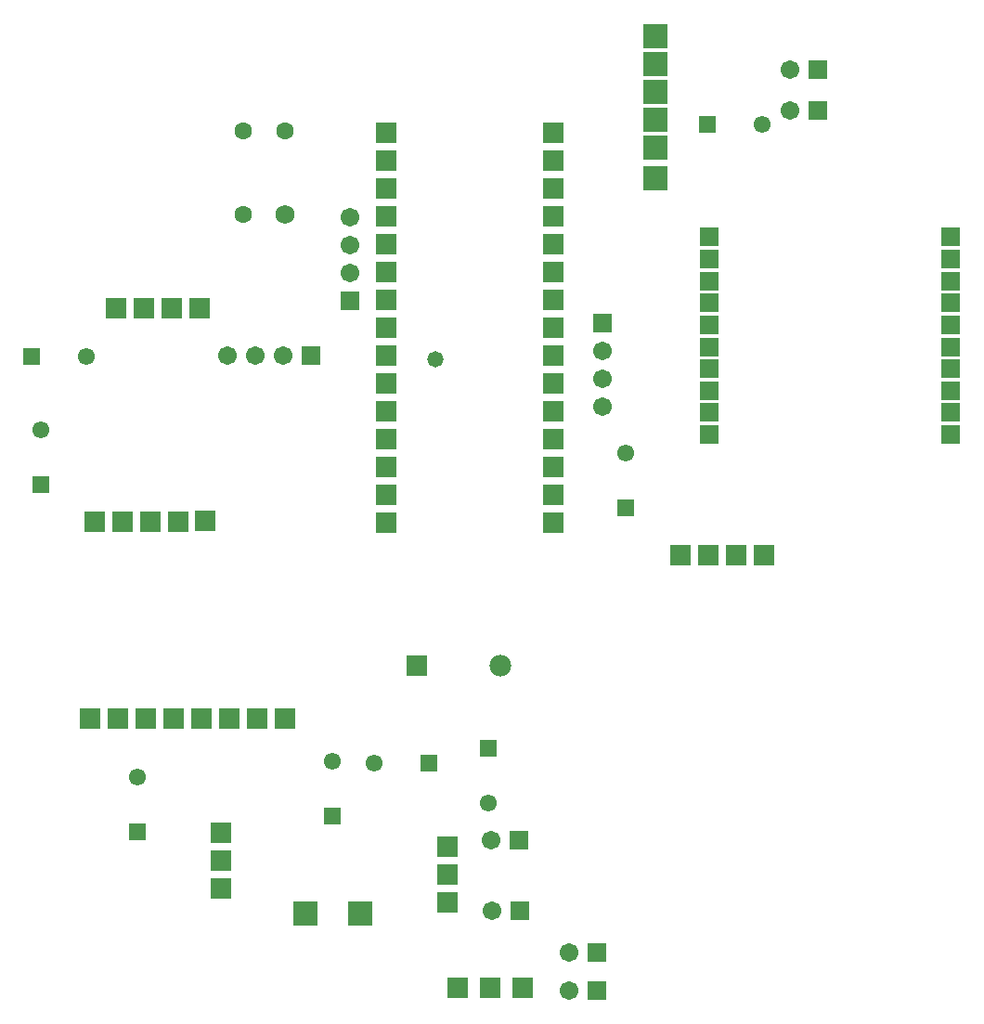
<source format=gbs>
G04*
G04 #@! TF.GenerationSoftware,Altium Limited,Altium Designer,21.0.9 (235)*
G04*
G04 Layer_Color=16711935*
%FSLAX25Y25*%
%MOIN*%
G70*
G04*
G04 #@! TF.SameCoordinates,D68A778C-273B-4A11-A0E3-993BC2880866*
G04*
G04*
G04 #@! TF.FilePolarity,Negative*
G04*
G01*
G75*
%ADD25C,0.06312*%
%ADD26R,0.06115X0.06115*%
%ADD27C,0.06115*%
%ADD28R,0.07800X0.07800*%
%ADD29C,0.06706*%
%ADD30R,0.06706X0.06706*%
%ADD31R,0.06800X0.06800*%
%ADD32R,0.06706X0.06706*%
%ADD33R,0.06115X0.06115*%
%ADD34R,0.07800X0.07800*%
%ADD35R,0.08800X0.08800*%
%ADD36C,0.06912*%
%ADD37C,0.07800*%
%ADD38C,0.05800*%
D25*
X283000Y403500D02*
D03*
X298000Y433500D02*
D03*
X283000D02*
D03*
D26*
X349843Y206500D02*
D03*
X449657Y436000D02*
D03*
X207157Y352500D02*
D03*
D27*
X330157Y206500D02*
D03*
X469343Y436000D02*
D03*
X210500Y326343D02*
D03*
X420500Y317843D02*
D03*
X226842Y352500D02*
D03*
X315000Y207343D02*
D03*
X371000Y192157D02*
D03*
X245000Y201500D02*
D03*
D28*
X288157Y222459D02*
D03*
X278157D02*
D03*
X268157D02*
D03*
X258157D02*
D03*
X248157D02*
D03*
X238157D02*
D03*
X228157D02*
D03*
X298157D02*
D03*
X269500Y293500D02*
D03*
X259657Y293346D02*
D03*
X249657D02*
D03*
X239657D02*
D03*
X229657D02*
D03*
X470146Y281098D02*
D03*
X460146D02*
D03*
X450146D02*
D03*
X440146D02*
D03*
X394500Y333000D02*
D03*
X359878Y126000D02*
D03*
X371689D02*
D03*
X383500D02*
D03*
X394500Y403000D02*
D03*
Y433000D02*
D03*
Y423000D02*
D03*
Y393000D02*
D03*
Y383000D02*
D03*
Y353000D02*
D03*
Y323000D02*
D03*
Y313000D02*
D03*
Y303000D02*
D03*
Y413000D02*
D03*
Y373000D02*
D03*
Y293000D02*
D03*
X334500Y403000D02*
D03*
Y343000D02*
D03*
Y433000D02*
D03*
Y423000D02*
D03*
Y393000D02*
D03*
Y383000D02*
D03*
Y363000D02*
D03*
Y353000D02*
D03*
Y323000D02*
D03*
Y313000D02*
D03*
Y303000D02*
D03*
Y413000D02*
D03*
Y373000D02*
D03*
Y333000D02*
D03*
Y293000D02*
D03*
X394500Y343000D02*
D03*
Y363000D02*
D03*
X345500Y241500D02*
D03*
D29*
X479500Y441000D02*
D03*
X372000Y179000D02*
D03*
X400000Y125000D02*
D03*
X479500Y455500D02*
D03*
X400000Y138500D02*
D03*
X372500Y153500D02*
D03*
X321500Y402500D02*
D03*
Y392500D02*
D03*
Y382500D02*
D03*
X277500Y353000D02*
D03*
X287500D02*
D03*
X297500D02*
D03*
X412000Y334500D02*
D03*
Y344500D02*
D03*
Y354500D02*
D03*
D30*
X489500Y441000D02*
D03*
X382000Y179000D02*
D03*
X410000Y125000D02*
D03*
X489500Y455500D02*
D03*
X410000Y138500D02*
D03*
X382500Y153500D02*
D03*
X307500Y353000D02*
D03*
D31*
X537130Y371782D02*
D03*
X450516Y324538D02*
D03*
Y332412D02*
D03*
Y340286D02*
D03*
Y348160D02*
D03*
Y356034D02*
D03*
Y363908D02*
D03*
Y371782D02*
D03*
Y379656D02*
D03*
Y387530D02*
D03*
Y395404D02*
D03*
X537130Y332412D02*
D03*
Y340286D02*
D03*
Y348160D02*
D03*
Y356034D02*
D03*
Y363908D02*
D03*
Y324538D02*
D03*
Y379656D02*
D03*
Y387530D02*
D03*
Y395404D02*
D03*
D32*
X321500Y372500D02*
D03*
X412000Y364500D02*
D03*
D33*
X210500Y306658D02*
D03*
X420500Y298158D02*
D03*
X315000Y187657D02*
D03*
X371000Y211842D02*
D03*
X245000Y181815D02*
D03*
D34*
X275000Y181500D02*
D03*
Y161500D02*
D03*
Y171500D02*
D03*
X356500Y156500D02*
D03*
Y176500D02*
D03*
Y166500D02*
D03*
X237500Y370000D02*
D03*
X247500D02*
D03*
X257500D02*
D03*
X267500D02*
D03*
D35*
X325185Y152500D02*
D03*
X305500D02*
D03*
X431000Y416600D02*
D03*
Y457500D02*
D03*
Y427500D02*
D03*
Y437500D02*
D03*
Y467500D02*
D03*
Y447500D02*
D03*
D36*
X298000Y403500D02*
D03*
D37*
X375421Y241500D02*
D03*
D38*
X352000Y351500D02*
D03*
M02*

</source>
